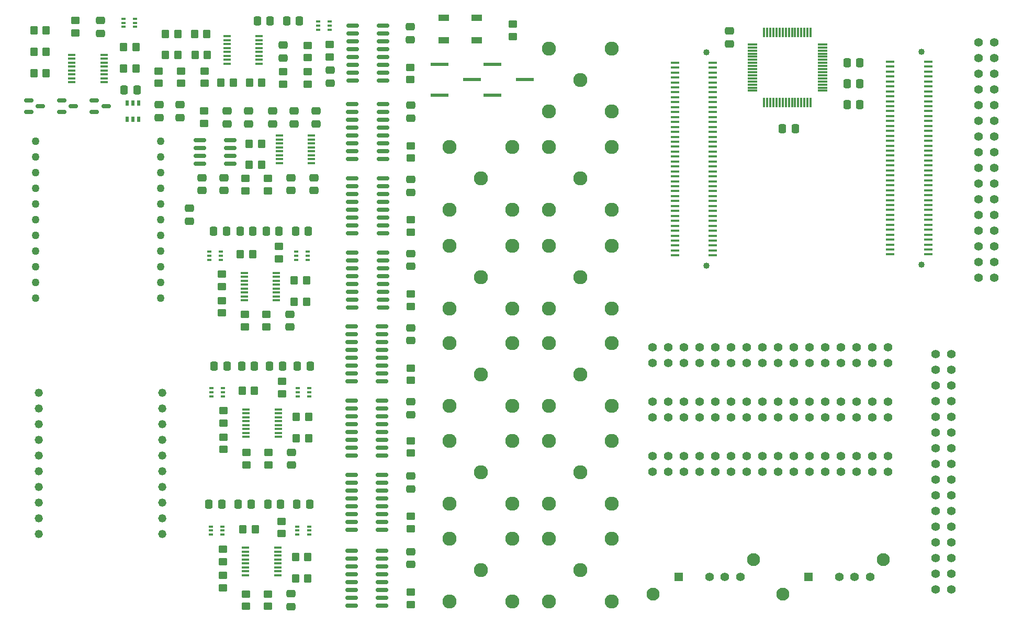
<source format=gbr>
%TF.GenerationSoftware,KiCad,Pcbnew,(6.0.8-1)-1*%
%TF.CreationDate,2022-11-09T12:39:36-05:00*%
%TF.ProjectId,HermEIS,4865726d-4549-4532-9e6b-696361645f70,rev?*%
%TF.SameCoordinates,Original*%
%TF.FileFunction,Soldermask,Top*%
%TF.FilePolarity,Negative*%
%FSLAX46Y46*%
G04 Gerber Fmt 4.6, Leading zero omitted, Abs format (unit mm)*
G04 Created by KiCad (PCBNEW (6.0.8-1)-1) date 2022-11-09 12:39:36*
%MOMM*%
%LPD*%
G01*
G04 APERTURE LIST*
G04 Aperture macros list*
%AMRoundRect*
0 Rectangle with rounded corners*
0 $1 Rounding radius*
0 $2 $3 $4 $5 $6 $7 $8 $9 X,Y pos of 4 corners*
0 Add a 4 corners polygon primitive as box body*
4,1,4,$2,$3,$4,$5,$6,$7,$8,$9,$2,$3,0*
0 Add four circle primitives for the rounded corners*
1,1,$1+$1,$2,$3*
1,1,$1+$1,$4,$5*
1,1,$1+$1,$6,$7*
1,1,$1+$1,$8,$9*
0 Add four rect primitives between the rounded corners*
20,1,$1+$1,$2,$3,$4,$5,0*
20,1,$1+$1,$4,$5,$6,$7,0*
20,1,$1+$1,$6,$7,$8,$9,0*
20,1,$1+$1,$8,$9,$2,$3,0*%
G04 Aperture macros list end*
%ADD10C,2.286000*%
%ADD11R,0.508000X0.876300*%
%ADD12RoundRect,0.250000X-0.350000X-0.450000X0.350000X-0.450000X0.350000X0.450000X-0.350000X0.450000X0*%
%ADD13RoundRect,0.250000X0.475000X-0.337500X0.475000X0.337500X-0.475000X0.337500X-0.475000X-0.337500X0*%
%ADD14RoundRect,0.250000X-0.337500X-0.475000X0.337500X-0.475000X0.337500X0.475000X-0.337500X0.475000X0*%
%ADD15R,1.447800X0.457200*%
%ADD16C,1.016000*%
%ADD17R,0.650000X0.400000*%
%ADD18RoundRect,0.250000X-0.475000X0.337500X-0.475000X-0.337500X0.475000X-0.337500X0.475000X0.337500X0*%
%ADD19C,1.397000*%
%ADD20RoundRect,0.250000X0.450000X-0.350000X0.450000X0.350000X-0.450000X0.350000X-0.450000X-0.350000X0*%
%ADD21RoundRect,0.250000X0.337500X0.475000X-0.337500X0.475000X-0.337500X-0.475000X0.337500X-0.475000X0*%
%ADD22R,2.971800X0.558800*%
%ADD23C,1.270000*%
%ADD24R,1.200000X0.400000*%
%ADD25RoundRect,0.150000X-0.825000X-0.150000X0.825000X-0.150000X0.825000X0.150000X-0.825000X0.150000X0*%
%ADD26RoundRect,0.250000X-0.450000X0.350000X-0.450000X-0.350000X0.450000X-0.350000X0.450000X0.350000X0*%
%ADD27R,1.701800X0.990600*%
%ADD28RoundRect,0.250000X0.350000X0.450000X-0.350000X0.450000X-0.350000X-0.450000X0.350000X-0.450000X0*%
%ADD29RoundRect,0.150000X-0.587500X-0.150000X0.587500X-0.150000X0.587500X0.150000X-0.587500X0.150000X0*%
%ADD30C,1.320800*%
%ADD31RoundRect,0.075000X-0.700000X-0.075000X0.700000X-0.075000X0.700000X0.075000X-0.700000X0.075000X0*%
%ADD32RoundRect,0.075000X-0.075000X-0.700000X0.075000X-0.700000X0.075000X0.700000X-0.075000X0.700000X0*%
%ADD33R,1.408000X1.408000*%
%ADD34C,1.408000*%
%ADD35C,2.100000*%
G04 APERTURE END LIST*
D10*
%TO.C,J2*%
X107000000Y-57250000D03*
X101920000Y-62330000D03*
X112080000Y-62330000D03*
X101920000Y-52170000D03*
X112080000Y-52170000D03*
%TD*%
D11*
%TO.C,U9*%
X49730200Y-47669450D03*
X50670000Y-47669450D03*
X51609800Y-47669450D03*
X51609800Y-45040550D03*
X50670000Y-45040550D03*
X49730200Y-45040550D03*
%TD*%
D10*
%TO.C,J7*%
X107000000Y-73250000D03*
X101920000Y-68170000D03*
X112080000Y-68170000D03*
X101920000Y-78330000D03*
X112080000Y-78330000D03*
%TD*%
D12*
%TO.C,R46*%
X76970000Y-122005000D03*
X78970000Y-122005000D03*
%TD*%
D13*
%TO.C,C12*%
X45370000Y-33742500D03*
X45370000Y-31667500D03*
%TD*%
D14*
%TO.C,C15*%
X63732500Y-65755000D03*
X65807500Y-65755000D03*
%TD*%
D15*
%TO.C,J19*%
X144506100Y-38503050D03*
X138333900Y-38503050D03*
X144506100Y-39303150D03*
X138333900Y-39303150D03*
X144506100Y-40103250D03*
X138333900Y-40103250D03*
X144506100Y-40903350D03*
X138333900Y-40903350D03*
X144506100Y-41703450D03*
X138333900Y-41703450D03*
X144506100Y-42503550D03*
X138333900Y-42503550D03*
X144506100Y-43303650D03*
X138333900Y-43303650D03*
X144506100Y-44103750D03*
X138333900Y-44103750D03*
X144506100Y-44903850D03*
X138333900Y-44903850D03*
X144506100Y-45703950D03*
X138333900Y-45703950D03*
X144506100Y-46504050D03*
X138333900Y-46504050D03*
X144506100Y-47304150D03*
X138333900Y-47304150D03*
X144506100Y-48104250D03*
X138333900Y-48104250D03*
X144506100Y-48904350D03*
X138333900Y-48904350D03*
X144506100Y-49704450D03*
X138333900Y-49704450D03*
X144506100Y-50504550D03*
X138333900Y-50504550D03*
X144506100Y-51304650D03*
X138333900Y-51304650D03*
X144506100Y-52104750D03*
X138333900Y-52104750D03*
X144506100Y-52904850D03*
X138333900Y-52904850D03*
X144506100Y-53704950D03*
X138333900Y-53704950D03*
X144506100Y-54505050D03*
X138333900Y-54505050D03*
X144506100Y-55305150D03*
X138333900Y-55305150D03*
X144506100Y-56105250D03*
X138333900Y-56105250D03*
X144506100Y-56905350D03*
X138333900Y-56905350D03*
X144506100Y-57705450D03*
X138333900Y-57705450D03*
X144506100Y-58505550D03*
X138333900Y-58505550D03*
X144506100Y-59305650D03*
X138333900Y-59305650D03*
X144506100Y-60105750D03*
X138333900Y-60105750D03*
X144506100Y-60905850D03*
X138333900Y-60905850D03*
X144506100Y-61705950D03*
X138333900Y-61705950D03*
X144506100Y-62506050D03*
X138333900Y-62506050D03*
X144506100Y-63306150D03*
X138333900Y-63306150D03*
X144506100Y-64106250D03*
X138333900Y-64106250D03*
X144506100Y-64906350D03*
X138333900Y-64906350D03*
X144506100Y-65706450D03*
X138333900Y-65706450D03*
X144506100Y-66506550D03*
X138333900Y-66506550D03*
X144506100Y-67306650D03*
X138333900Y-67306650D03*
X144506100Y-68106750D03*
X138333900Y-68106750D03*
X144506100Y-68906850D03*
X138333900Y-68906850D03*
X144506100Y-69706950D03*
X138333900Y-69706950D03*
D16*
X143452000Y-36864750D03*
X143452000Y-71345250D03*
%TD*%
D13*
%TO.C,C9*%
X54870000Y-47392500D03*
X54870000Y-45317500D03*
%TD*%
D17*
%TO.C,U14*%
X77070000Y-69105000D03*
X77070000Y-69755000D03*
X77070000Y-70405000D03*
X78970000Y-70405000D03*
X78970000Y-69755000D03*
X78970000Y-69105000D03*
%TD*%
D18*
%TO.C,C46*%
X59770000Y-62077500D03*
X59770000Y-64152500D03*
%TD*%
D19*
%TO.C,J18*%
X190032800Y-73355000D03*
X190032800Y-70815000D03*
X190032800Y-68275000D03*
X190032800Y-65735000D03*
X190032800Y-63195000D03*
X190032800Y-60655000D03*
X190032800Y-58115000D03*
X190032800Y-55575000D03*
X190032800Y-53035000D03*
X190032800Y-50495000D03*
X190032800Y-47955000D03*
X190032800Y-45415000D03*
X190032800Y-42875000D03*
X190032800Y-40335000D03*
X190032800Y-37795000D03*
X190032800Y-35255000D03*
X187492800Y-73355000D03*
X187492800Y-70815000D03*
X187492800Y-68275000D03*
X187492800Y-65735000D03*
X187492800Y-63195000D03*
X187492800Y-60655000D03*
X187492800Y-58115000D03*
X187492800Y-55575000D03*
X187492800Y-53035000D03*
X187492800Y-50495000D03*
X187492800Y-47955000D03*
X187492800Y-45415000D03*
X187492800Y-42875000D03*
X187492800Y-40335000D03*
X187492800Y-37795000D03*
X187492800Y-35255000D03*
%TD*%
D20*
%TO.C,R3*%
X95620000Y-53955000D03*
X95620000Y-51955000D03*
%TD*%
D12*
%TO.C,R30*%
X68320000Y-91605000D03*
X70320000Y-91605000D03*
%TD*%
D13*
%TO.C,C34*%
X73270000Y-48392500D03*
X73270000Y-46317500D03*
%TD*%
D21*
%TO.C,C30*%
X69757500Y-110005000D03*
X67682500Y-110005000D03*
%TD*%
D20*
%TO.C,R18*%
X68770000Y-81255000D03*
X68770000Y-79255000D03*
%TD*%
D14*
%TO.C,C28*%
X77182500Y-110005000D03*
X79257500Y-110005000D03*
%TD*%
D19*
%TO.C,J17*%
X183112800Y-123745000D03*
X183112800Y-121205000D03*
X183112800Y-118665000D03*
X183112800Y-116125000D03*
X183112800Y-113585000D03*
X183112800Y-111045000D03*
X183112800Y-108505000D03*
X183112800Y-105965000D03*
X183112800Y-103425000D03*
X183112800Y-100885000D03*
X183112800Y-98345000D03*
X183112800Y-95805000D03*
X183112800Y-93265000D03*
X183112800Y-90725000D03*
X183112800Y-88185000D03*
X183112800Y-85645000D03*
X180572800Y-123745000D03*
X180572800Y-121205000D03*
X180572800Y-118665000D03*
X180572800Y-116125000D03*
X180572800Y-113585000D03*
X180572800Y-111045000D03*
X180572800Y-108505000D03*
X180572800Y-105965000D03*
X180572800Y-103425000D03*
X180572800Y-100885000D03*
X180572800Y-98345000D03*
X180572800Y-95805000D03*
X180572800Y-93265000D03*
X180572800Y-90725000D03*
X180572800Y-88185000D03*
X180572800Y-85645000D03*
%TD*%
D20*
%TO.C,R25*%
X65320000Y-101105000D03*
X65320000Y-99105000D03*
%TD*%
D22*
%TO.C,SW2*%
X100253800Y-38755000D03*
X105486200Y-41255000D03*
X100253800Y-43755000D03*
%TD*%
D14*
%TO.C,C20*%
X63820000Y-87605000D03*
X65895000Y-87605000D03*
%TD*%
D20*
%TO.C,R9*%
X95620000Y-126205000D03*
X95620000Y-124205000D03*
%TD*%
D23*
%TO.C,J16*%
X55115700Y-51255000D03*
X55115700Y-53795000D03*
X55115700Y-56335000D03*
X55115700Y-58875000D03*
X55115700Y-61415000D03*
X55115700Y-63955000D03*
X55115700Y-66495000D03*
X55115700Y-69035000D03*
X55115700Y-71575000D03*
X55115700Y-74115000D03*
X55115700Y-76655000D03*
%TD*%
D12*
%TO.C,R34*%
X60720000Y-37255000D03*
X62720000Y-37255000D03*
%TD*%
D24*
%TO.C,U21*%
X68870000Y-117032500D03*
X68870000Y-117667500D03*
X68870000Y-118302500D03*
X68870000Y-118937500D03*
X68870000Y-119572500D03*
X68870000Y-120207500D03*
X68870000Y-120842500D03*
X68870000Y-121477500D03*
X74070000Y-121477500D03*
X74070000Y-120842500D03*
X74070000Y-120207500D03*
X74070000Y-119572500D03*
X74070000Y-118937500D03*
X74070000Y-118302500D03*
X74070000Y-117667500D03*
X74070000Y-117032500D03*
%TD*%
D20*
%TO.C,R53*%
X62170000Y-48355000D03*
X62170000Y-46355000D03*
%TD*%
D15*
%TO.C,J20*%
X179336100Y-38348050D03*
X173163900Y-38348050D03*
X179336100Y-39148150D03*
X173163900Y-39148150D03*
X179336100Y-39948250D03*
X173163900Y-39948250D03*
X179336100Y-40748350D03*
X173163900Y-40748350D03*
X179336100Y-41548450D03*
X173163900Y-41548450D03*
X179336100Y-42348550D03*
X173163900Y-42348550D03*
X179336100Y-43148650D03*
X173163900Y-43148650D03*
X179336100Y-43948750D03*
X173163900Y-43948750D03*
X179336100Y-44748850D03*
X173163900Y-44748850D03*
X179336100Y-45548950D03*
X173163900Y-45548950D03*
X179336100Y-46349050D03*
X173163900Y-46349050D03*
X179336100Y-47149150D03*
X173163900Y-47149150D03*
X179336100Y-47949250D03*
X173163900Y-47949250D03*
X179336100Y-48749350D03*
X173163900Y-48749350D03*
X179336100Y-49549450D03*
X173163900Y-49549450D03*
X179336100Y-50349550D03*
X173163900Y-50349550D03*
X179336100Y-51149650D03*
X173163900Y-51149650D03*
X179336100Y-51949750D03*
X173163900Y-51949750D03*
X179336100Y-52749850D03*
X173163900Y-52749850D03*
X179336100Y-53549950D03*
X173163900Y-53549950D03*
X179336100Y-54350050D03*
X173163900Y-54350050D03*
X179336100Y-55150150D03*
X173163900Y-55150150D03*
X179336100Y-55950250D03*
X173163900Y-55950250D03*
X179336100Y-56750350D03*
X173163900Y-56750350D03*
X179336100Y-57550450D03*
X173163900Y-57550450D03*
X179336100Y-58350550D03*
X173163900Y-58350550D03*
X179336100Y-59150650D03*
X173163900Y-59150650D03*
X179336100Y-59950750D03*
X173163900Y-59950750D03*
X179336100Y-60750850D03*
X173163900Y-60750850D03*
X179336100Y-61550950D03*
X173163900Y-61550950D03*
X179336100Y-62351050D03*
X173163900Y-62351050D03*
X179336100Y-63151150D03*
X173163900Y-63151150D03*
X179336100Y-63951250D03*
X173163900Y-63951250D03*
X179336100Y-64751350D03*
X173163900Y-64751350D03*
X179336100Y-65551450D03*
X173163900Y-65551450D03*
X179336100Y-66351550D03*
X173163900Y-66351550D03*
X179336100Y-67151650D03*
X173163900Y-67151650D03*
X179336100Y-67951750D03*
X173163900Y-67951750D03*
X179336100Y-68751850D03*
X173163900Y-68751850D03*
X179336100Y-69551950D03*
X173163900Y-69551950D03*
D16*
X178282000Y-36709750D03*
X178282000Y-71190250D03*
%TD*%
D25*
%TO.C,U5*%
X86015000Y-81230000D03*
X86015000Y-82500000D03*
X86015000Y-83770000D03*
X86015000Y-85040000D03*
X86015000Y-86310000D03*
X86015000Y-87580000D03*
X86015000Y-88850000D03*
X86015000Y-90120000D03*
X90965000Y-90120000D03*
X90965000Y-88850000D03*
X90965000Y-87580000D03*
X90965000Y-86310000D03*
X90965000Y-85040000D03*
X90965000Y-83770000D03*
X90965000Y-82500000D03*
X90965000Y-81230000D03*
%TD*%
D20*
%TO.C,R56*%
X62220000Y-41855000D03*
X62220000Y-39855000D03*
%TD*%
D12*
%TO.C,R33*%
X60620000Y-33855000D03*
X62620000Y-33855000D03*
%TD*%
D20*
%TO.C,R23*%
X74270000Y-70255000D03*
X74270000Y-68255000D03*
%TD*%
D12*
%TO.C,R12*%
X49170000Y-39455000D03*
X51170000Y-39455000D03*
%TD*%
D10*
%TO.C,J6*%
X123020000Y-41280000D03*
X117940000Y-46360000D03*
X128100000Y-36200000D03*
X117940000Y-36200000D03*
X128100000Y-46360000D03*
%TD*%
D24*
%TO.C,U10*%
X40770000Y-37232500D03*
X40770000Y-37867500D03*
X40770000Y-38502500D03*
X40770000Y-39137500D03*
X40770000Y-39772500D03*
X40770000Y-40407500D03*
X40770000Y-41042500D03*
X40770000Y-41677500D03*
X45970000Y-41677500D03*
X45970000Y-41042500D03*
X45970000Y-40407500D03*
X45970000Y-39772500D03*
X45970000Y-39137500D03*
X45970000Y-38502500D03*
X45970000Y-37867500D03*
X45970000Y-37232500D03*
%TD*%
D26*
%TO.C,R16*%
X65020000Y-72755000D03*
X65020000Y-74755000D03*
%TD*%
D20*
%TO.C,R17*%
X65020000Y-79005000D03*
X65020000Y-77005000D03*
%TD*%
D12*
%TO.C,R47*%
X68470000Y-114005000D03*
X70470000Y-114005000D03*
%TD*%
D26*
%TO.C,R24*%
X65320000Y-94855000D03*
X65320000Y-96855000D03*
%TD*%
D18*
%TO.C,C13*%
X76020000Y-79217500D03*
X76020000Y-81292500D03*
%TD*%
D12*
%TO.C,R28*%
X77070000Y-95855000D03*
X79070000Y-95855000D03*
%TD*%
%TO.C,R20*%
X76770000Y-73755000D03*
X78770000Y-73755000D03*
%TD*%
D18*
%TO.C,C25*%
X74970000Y-35667500D03*
X74970000Y-37742500D03*
%TD*%
D20*
%TO.C,R49*%
X72470000Y-59255000D03*
X72470000Y-57255000D03*
%TD*%
D19*
%TO.C,J21*%
X134710000Y-95926133D03*
X137250000Y-95926133D03*
X139790000Y-95926133D03*
X142330000Y-95926133D03*
X144870000Y-95926133D03*
X147410000Y-95926133D03*
X149950000Y-95926133D03*
X152490000Y-95926133D03*
X155030000Y-95926133D03*
X157570000Y-95926133D03*
X160110000Y-95926133D03*
X162650000Y-95926133D03*
X165190000Y-95926133D03*
X167730000Y-95926133D03*
X170270000Y-95926133D03*
X172810000Y-95926133D03*
X134710000Y-93386133D03*
X137250000Y-93386133D03*
X139790000Y-93386133D03*
X142330000Y-93386133D03*
X144870000Y-93386133D03*
X147410000Y-93386133D03*
X149950000Y-93386133D03*
X152490000Y-93386133D03*
X155030000Y-93386133D03*
X157570000Y-93386133D03*
X160110000Y-93386133D03*
X162650000Y-93386133D03*
X165190000Y-93386133D03*
X167730000Y-93386133D03*
X170270000Y-93386133D03*
X172810000Y-93386133D03*
%TD*%
D21*
%TO.C,C17*%
X74307500Y-65755000D03*
X72232500Y-65755000D03*
%TD*%
D13*
%TO.C,C42*%
X76770000Y-48392500D03*
X76770000Y-46317500D03*
%TD*%
D12*
%TO.C,R52*%
X69470000Y-55055000D03*
X71470000Y-55055000D03*
%TD*%
D18*
%TO.C,C4*%
X95620000Y-93417500D03*
X95620000Y-95492500D03*
%TD*%
D20*
%TO.C,R6*%
X95620000Y-65955000D03*
X95620000Y-63955000D03*
%TD*%
%TO.C,R42*%
X65220000Y-123505000D03*
X65220000Y-121505000D03*
%TD*%
D18*
%TO.C,C3*%
X95620000Y-45417500D03*
X95620000Y-47492500D03*
%TD*%
%TO.C,C8*%
X95620000Y-105417500D03*
X95620000Y-107492500D03*
%TD*%
D27*
%TO.C,SW1*%
X106261600Y-34924999D03*
X100978400Y-34924999D03*
X106261600Y-31225001D03*
X100978400Y-31225001D03*
%TD*%
D12*
%TO.C,R10*%
X49170000Y-35955000D03*
X51170000Y-35955000D03*
%TD*%
%TO.C,R35*%
X64920000Y-41755000D03*
X66920000Y-41755000D03*
%TD*%
D17*
%TO.C,U12*%
X63020000Y-69105000D03*
X63020000Y-69755000D03*
X63020000Y-70405000D03*
X64920000Y-70405000D03*
X64920000Y-69755000D03*
X64920000Y-69105000D03*
%TD*%
%TO.C,U11*%
X49120000Y-31405000D03*
X49120000Y-32055000D03*
X49120000Y-32705000D03*
X51020000Y-32705000D03*
X51020000Y-32055000D03*
X51020000Y-31405000D03*
%TD*%
D25*
%TO.C,U8*%
X86015000Y-117480000D03*
X86015000Y-118750000D03*
X86015000Y-120020000D03*
X86015000Y-121290000D03*
X86015000Y-122560000D03*
X86015000Y-123830000D03*
X86015000Y-125100000D03*
X86015000Y-126370000D03*
X90965000Y-126370000D03*
X90965000Y-125100000D03*
X90965000Y-123830000D03*
X90965000Y-122560000D03*
X90965000Y-121290000D03*
X90965000Y-120020000D03*
X90965000Y-118750000D03*
X90965000Y-117480000D03*
%TD*%
D19*
%TO.C,J22*%
X134710000Y-87142800D03*
X137250000Y-87142800D03*
X139790000Y-87142800D03*
X142330000Y-87142800D03*
X144870000Y-87142800D03*
X147410000Y-87142800D03*
X149950000Y-87142800D03*
X152490000Y-87142800D03*
X155030000Y-87142800D03*
X157570000Y-87142800D03*
X160110000Y-87142800D03*
X162650000Y-87142800D03*
X165190000Y-87142800D03*
X167730000Y-87142800D03*
X170270000Y-87142800D03*
X172810000Y-87142800D03*
X134710000Y-84602800D03*
X137250000Y-84602800D03*
X139790000Y-84602800D03*
X142330000Y-84602800D03*
X144870000Y-84602800D03*
X147410000Y-84602800D03*
X149950000Y-84602800D03*
X152490000Y-84602800D03*
X155030000Y-84602800D03*
X157570000Y-84602800D03*
X160110000Y-84602800D03*
X162650000Y-84602800D03*
X165190000Y-84602800D03*
X167730000Y-84602800D03*
X170270000Y-84602800D03*
X172810000Y-84602800D03*
%TD*%
D10*
%TO.C,J11*%
X123020000Y-120675000D03*
X128100000Y-125755000D03*
X117940000Y-125755000D03*
X117940000Y-115595000D03*
X128100000Y-115595000D03*
%TD*%
%TO.C,J5*%
X107000000Y-120670000D03*
X112080000Y-125750000D03*
X101920000Y-125750000D03*
X112080000Y-115590000D03*
X101920000Y-115590000D03*
%TD*%
D20*
%TO.C,R1*%
X95570000Y-41255000D03*
X95570000Y-39255000D03*
%TD*%
D14*
%TO.C,C19*%
X77245000Y-87605000D03*
X79320000Y-87605000D03*
%TD*%
D28*
%TO.C,R54*%
X57920000Y-37255000D03*
X55920000Y-37255000D03*
%TD*%
D17*
%TO.C,U17*%
X77320000Y-91205000D03*
X77320000Y-91855000D03*
X77320000Y-92505000D03*
X79220000Y-92505000D03*
X79220000Y-91855000D03*
X79220000Y-91205000D03*
%TD*%
D29*
%TO.C,D2*%
X39132500Y-44605000D03*
X39132500Y-46505000D03*
X41007500Y-45555000D03*
%TD*%
D25*
%TO.C,U1*%
X86195000Y-32510000D03*
X86195000Y-33780000D03*
X86195000Y-35050000D03*
X86195000Y-36320000D03*
X86195000Y-37590000D03*
X86195000Y-38860000D03*
X86195000Y-40130000D03*
X86195000Y-41400000D03*
X91145000Y-41400000D03*
X91145000Y-40130000D03*
X91145000Y-38860000D03*
X91145000Y-37590000D03*
X91145000Y-36320000D03*
X91145000Y-35050000D03*
X91145000Y-33780000D03*
X91145000Y-32510000D03*
%TD*%
D20*
%TO.C,R4*%
X95620000Y-101705000D03*
X95620000Y-99705000D03*
%TD*%
D18*
%TO.C,C35*%
X147170000Y-33387500D03*
X147170000Y-35462500D03*
%TD*%
D20*
%TO.C,R5*%
X112120000Y-34275000D03*
X112120000Y-32275000D03*
%TD*%
%TO.C,R48*%
X74720000Y-114755000D03*
X74720000Y-112755000D03*
%TD*%
%TO.C,R43*%
X68970000Y-126505000D03*
X68970000Y-124505000D03*
%TD*%
D13*
%TO.C,C39*%
X79970000Y-59192500D03*
X79970000Y-57117500D03*
%TD*%
D12*
%TO.C,R11*%
X34620000Y-33255000D03*
X36620000Y-33255000D03*
%TD*%
D17*
%TO.C,U19*%
X80632500Y-31855000D03*
X80632500Y-32505000D03*
X80632500Y-33155000D03*
X82532500Y-33155000D03*
X82532500Y-32505000D03*
X82532500Y-31855000D03*
%TD*%
D25*
%TO.C,U6*%
X86015000Y-93230000D03*
X86015000Y-94500000D03*
X86015000Y-95770000D03*
X86015000Y-97040000D03*
X86015000Y-98310000D03*
X86015000Y-99580000D03*
X86015000Y-100850000D03*
X86015000Y-102120000D03*
X90965000Y-102120000D03*
X90965000Y-100850000D03*
X90965000Y-99580000D03*
X90965000Y-98310000D03*
X90965000Y-97040000D03*
X90965000Y-95770000D03*
X90965000Y-94500000D03*
X90965000Y-93230000D03*
%TD*%
D20*
%TO.C,R38*%
X78970000Y-41955000D03*
X78970000Y-39955000D03*
%TD*%
D18*
%TO.C,C26*%
X82570000Y-39717500D03*
X82570000Y-41792500D03*
%TD*%
D20*
%TO.C,R44*%
X72470000Y-126505000D03*
X72470000Y-124505000D03*
%TD*%
D17*
%TO.C,U22*%
X77270000Y-113605000D03*
X77270000Y-114255000D03*
X77270000Y-114905000D03*
X79170000Y-114905000D03*
X79170000Y-114255000D03*
X79170000Y-113605000D03*
%TD*%
D24*
%TO.C,U25*%
X74370000Y-50332500D03*
X74370000Y-50967500D03*
X74370000Y-51602500D03*
X74370000Y-52237500D03*
X74370000Y-52872500D03*
X74370000Y-53507500D03*
X74370000Y-54142500D03*
X74370000Y-54777500D03*
X79570000Y-54777500D03*
X79570000Y-54142500D03*
X79570000Y-53507500D03*
X79570000Y-52872500D03*
X79570000Y-52237500D03*
X79570000Y-51602500D03*
X79570000Y-50967500D03*
X79570000Y-50332500D03*
%TD*%
D14*
%TO.C,C44*%
X166212500Y-45300000D03*
X168287500Y-45300000D03*
%TD*%
D12*
%TO.C,R51*%
X69470000Y-51655000D03*
X71470000Y-51655000D03*
%TD*%
D20*
%TO.C,R8*%
X95620000Y-77955000D03*
X95620000Y-75955000D03*
%TD*%
D30*
%TO.C,J15*%
X55407500Y-91955000D03*
X55407500Y-94495000D03*
X55407500Y-97035000D03*
X55407500Y-99575000D03*
X55407500Y-102115000D03*
X55407500Y-104655000D03*
X55407500Y-107195000D03*
X55407500Y-109735000D03*
X55407500Y-112275000D03*
X55407500Y-114815000D03*
%TD*%
D10*
%TO.C,J10*%
X123020000Y-104825000D03*
X128100000Y-99745000D03*
X117940000Y-109905000D03*
X117940000Y-99745000D03*
X128100000Y-109905000D03*
%TD*%
D18*
%TO.C,C11*%
X95620000Y-117667500D03*
X95620000Y-119742500D03*
%TD*%
D28*
%TO.C,R14*%
X36620000Y-40205000D03*
X34620000Y-40205000D03*
%TD*%
D10*
%TO.C,J1*%
X123020000Y-57255000D03*
X128100000Y-52175000D03*
X117940000Y-52175000D03*
X128100000Y-62335000D03*
X117940000Y-62335000D03*
%TD*%
D20*
%TO.C,R55*%
X54820000Y-41855000D03*
X54820000Y-39855000D03*
%TD*%
D18*
%TO.C,C27*%
X76220000Y-124467500D03*
X76220000Y-126542500D03*
%TD*%
D12*
%TO.C,R36*%
X69520000Y-41755000D03*
X71520000Y-41755000D03*
%TD*%
D25*
%TO.C,U3*%
X86145000Y-57230000D03*
X86145000Y-58500000D03*
X86145000Y-59770000D03*
X86145000Y-61040000D03*
X86145000Y-62310000D03*
X86145000Y-63580000D03*
X86145000Y-64850000D03*
X86145000Y-66120000D03*
X91095000Y-66120000D03*
X91095000Y-64850000D03*
X91095000Y-63580000D03*
X91095000Y-62310000D03*
X91095000Y-61040000D03*
X91095000Y-59770000D03*
X91095000Y-58500000D03*
X91095000Y-57230000D03*
%TD*%
D14*
%TO.C,C29*%
X62970000Y-110005000D03*
X65045000Y-110005000D03*
%TD*%
D18*
%TO.C,C18*%
X76320000Y-101567500D03*
X76320000Y-103642500D03*
%TD*%
D21*
%TO.C,C16*%
X70057500Y-65755000D03*
X67982500Y-65755000D03*
%TD*%
D13*
%TO.C,C43*%
X80270000Y-48392500D03*
X80270000Y-46317500D03*
%TD*%
D10*
%TO.C,J8*%
X123020000Y-73255000D03*
X128100000Y-78335000D03*
X117940000Y-68175000D03*
X117940000Y-78335000D03*
X128100000Y-68175000D03*
%TD*%
%TO.C,J4*%
X107000000Y-104820000D03*
X101920000Y-109900000D03*
X101920000Y-99740000D03*
X112080000Y-99740000D03*
X112080000Y-109900000D03*
%TD*%
D31*
%TO.C,U24*%
X150875000Y-35550000D03*
X150875000Y-36050000D03*
X150875000Y-36550000D03*
X150875000Y-37050000D03*
X150875000Y-37550000D03*
X150875000Y-38050000D03*
X150875000Y-38550000D03*
X150875000Y-39050000D03*
X150875000Y-39550000D03*
X150875000Y-40050000D03*
X150875000Y-40550000D03*
X150875000Y-41050000D03*
X150875000Y-41550000D03*
X150875000Y-42050000D03*
X150875000Y-42550000D03*
X150875000Y-43050000D03*
D32*
X152800000Y-44975000D03*
X153300000Y-44975000D03*
X153800000Y-44975000D03*
X154300000Y-44975000D03*
X154800000Y-44975000D03*
X155300000Y-44975000D03*
X155800000Y-44975000D03*
X156300000Y-44975000D03*
X156800000Y-44975000D03*
X157300000Y-44975000D03*
X157800000Y-44975000D03*
X158300000Y-44975000D03*
X158800000Y-44975000D03*
X159300000Y-44975000D03*
X159800000Y-44975000D03*
X160300000Y-44975000D03*
D31*
X162225000Y-43050000D03*
X162225000Y-42550000D03*
X162225000Y-42050000D03*
X162225000Y-41550000D03*
X162225000Y-41050000D03*
X162225000Y-40550000D03*
X162225000Y-40050000D03*
X162225000Y-39550000D03*
X162225000Y-39050000D03*
X162225000Y-38550000D03*
X162225000Y-38050000D03*
X162225000Y-37550000D03*
X162225000Y-37050000D03*
X162225000Y-36550000D03*
X162225000Y-36050000D03*
X162225000Y-35550000D03*
D32*
X160300000Y-33625000D03*
X159800000Y-33625000D03*
X159300000Y-33625000D03*
X158800000Y-33625000D03*
X158300000Y-33625000D03*
X157800000Y-33625000D03*
X157300000Y-33625000D03*
X156800000Y-33625000D03*
X156300000Y-33625000D03*
X155800000Y-33625000D03*
X155300000Y-33625000D03*
X154800000Y-33625000D03*
X154300000Y-33625000D03*
X153800000Y-33625000D03*
X153300000Y-33625000D03*
X152800000Y-33625000D03*
%TD*%
D17*
%TO.C,U15*%
X63320000Y-91205000D03*
X63320000Y-91855000D03*
X63320000Y-92505000D03*
X65220000Y-92505000D03*
X65220000Y-91855000D03*
X65220000Y-91205000D03*
%TD*%
D20*
%TO.C,R19*%
X72270000Y-81255000D03*
X72270000Y-79255000D03*
%TD*%
D21*
%TO.C,C22*%
X74857500Y-87605000D03*
X72782500Y-87605000D03*
%TD*%
D18*
%TO.C,C1*%
X95570000Y-32717500D03*
X95570000Y-34792500D03*
%TD*%
D20*
%TO.C,R31*%
X74820000Y-92105000D03*
X74820000Y-90105000D03*
%TD*%
%TO.C,R57*%
X58420000Y-41855000D03*
X58420000Y-39855000D03*
%TD*%
D21*
%TO.C,C23*%
X77620000Y-31755000D03*
X75545000Y-31755000D03*
%TD*%
D12*
%TO.C,R32*%
X55920000Y-33855000D03*
X57920000Y-33855000D03*
%TD*%
D25*
%TO.C,U4*%
X86145000Y-69230000D03*
X86145000Y-70500000D03*
X86145000Y-71770000D03*
X86145000Y-73040000D03*
X86145000Y-74310000D03*
X86145000Y-75580000D03*
X86145000Y-76850000D03*
X86145000Y-78120000D03*
X91095000Y-78120000D03*
X91095000Y-76850000D03*
X91095000Y-75580000D03*
X91095000Y-74310000D03*
X91095000Y-73040000D03*
X91095000Y-71770000D03*
X91095000Y-70500000D03*
X91095000Y-69230000D03*
%TD*%
D12*
%TO.C,R45*%
X76970000Y-118505000D03*
X78970000Y-118505000D03*
%TD*%
D13*
%TO.C,C6*%
X58270000Y-47392500D03*
X58270000Y-45317500D03*
%TD*%
D10*
%TO.C,J3*%
X107000000Y-88970000D03*
X112080000Y-94050000D03*
X101920000Y-94050000D03*
X112080000Y-83890000D03*
X101920000Y-83890000D03*
%TD*%
D19*
%TO.C,J12*%
X134710000Y-104709466D03*
X137250000Y-104709466D03*
X139790000Y-104709466D03*
X142330000Y-104709466D03*
X144870000Y-104709466D03*
X147410000Y-104709466D03*
X149950000Y-104709466D03*
X152490000Y-104709466D03*
X155030000Y-104709466D03*
X157570000Y-104709466D03*
X160110000Y-104709466D03*
X162650000Y-104709466D03*
X165190000Y-104709466D03*
X167730000Y-104709466D03*
X170270000Y-104709466D03*
X172810000Y-104709466D03*
X134710000Y-102169466D03*
X137250000Y-102169466D03*
X139790000Y-102169466D03*
X142330000Y-102169466D03*
X144870000Y-102169466D03*
X147410000Y-102169466D03*
X149950000Y-102169466D03*
X152490000Y-102169466D03*
X155030000Y-102169466D03*
X157570000Y-102169466D03*
X160110000Y-102169466D03*
X162650000Y-102169466D03*
X165190000Y-102169466D03*
X167730000Y-102169466D03*
X170270000Y-102169466D03*
X172810000Y-102169466D03*
%TD*%
D12*
%TO.C,R29*%
X77070000Y-99355000D03*
X79070000Y-99355000D03*
%TD*%
D20*
%TO.C,R50*%
X68870000Y-59255000D03*
X68870000Y-57255000D03*
%TD*%
D24*
%TO.C,U13*%
X68670000Y-72532500D03*
X68670000Y-73167500D03*
X68670000Y-73802500D03*
X68670000Y-74437500D03*
X68670000Y-75072500D03*
X68670000Y-75707500D03*
X68670000Y-76342500D03*
X68670000Y-76977500D03*
X73870000Y-76977500D03*
X73870000Y-76342500D03*
X73870000Y-75707500D03*
X73870000Y-75072500D03*
X73870000Y-74437500D03*
X73870000Y-73802500D03*
X73870000Y-73167500D03*
X73870000Y-72532500D03*
%TD*%
D20*
%TO.C,R2*%
X95620000Y-89955000D03*
X95620000Y-87955000D03*
%TD*%
D12*
%TO.C,R21*%
X76770000Y-77255000D03*
X78770000Y-77255000D03*
%TD*%
D25*
%TO.C,U7*%
X86015000Y-105260000D03*
X86015000Y-106530000D03*
X86015000Y-107800000D03*
X86015000Y-109070000D03*
X86015000Y-110340000D03*
X86015000Y-111610000D03*
X86015000Y-112880000D03*
X86015000Y-114150000D03*
X90965000Y-114150000D03*
X90965000Y-112880000D03*
X90965000Y-111610000D03*
X90965000Y-110340000D03*
X90965000Y-109070000D03*
X90965000Y-107800000D03*
X90965000Y-106530000D03*
X90965000Y-105260000D03*
%TD*%
D26*
%TO.C,R41*%
X65220000Y-117255000D03*
X65220000Y-119255000D03*
%TD*%
D14*
%TO.C,C36*%
X155762500Y-49200000D03*
X157837500Y-49200000D03*
%TD*%
D20*
%TO.C,R26*%
X69070000Y-103605000D03*
X69070000Y-101605000D03*
%TD*%
%TO.C,R7*%
X95620000Y-113955000D03*
X95620000Y-111955000D03*
%TD*%
D23*
%TO.C,J14*%
X34910000Y-51255000D03*
X34910000Y-53795000D03*
X34910000Y-56335000D03*
X34910000Y-58875000D03*
X34910000Y-61415000D03*
X34910000Y-63955000D03*
X34910000Y-66495000D03*
X34910000Y-69035000D03*
X34910000Y-71575000D03*
X34910000Y-74115000D03*
X34910000Y-76655000D03*
%TD*%
D14*
%TO.C,C45*%
X166212500Y-41925000D03*
X168287500Y-41925000D03*
%TD*%
D20*
%TO.C,R15*%
X41370000Y-33705000D03*
X41370000Y-31705000D03*
%TD*%
D33*
%TO.C,S1*%
X159950000Y-121750000D03*
D34*
X164950000Y-121750000D03*
X167450000Y-121750000D03*
X169950000Y-121750000D03*
D35*
X155850000Y-124550000D03*
X172050000Y-118950000D03*
%TD*%
D24*
%TO.C,U18*%
X65870000Y-34232500D03*
X65870000Y-34867500D03*
X65870000Y-35502500D03*
X65870000Y-36137500D03*
X65870000Y-36772500D03*
X65870000Y-37407500D03*
X65870000Y-38042500D03*
X65870000Y-38677500D03*
X71070000Y-38677500D03*
X71070000Y-38042500D03*
X71070000Y-37407500D03*
X71070000Y-36772500D03*
X71070000Y-36137500D03*
X71070000Y-35502500D03*
X71070000Y-34867500D03*
X71070000Y-34232500D03*
%TD*%
D29*
%TO.C,D3*%
X44432500Y-44605000D03*
X44432500Y-46505000D03*
X46307500Y-45555000D03*
%TD*%
%TO.C,D1*%
X33832500Y-44605000D03*
X33832500Y-46505000D03*
X35707500Y-45555000D03*
%TD*%
D18*
%TO.C,C2*%
X95620000Y-81417500D03*
X95620000Y-83492500D03*
%TD*%
D30*
%TO.C,J13*%
X35420000Y-91955000D03*
X35420000Y-94495000D03*
X35420000Y-97035000D03*
X35420000Y-99575000D03*
X35420000Y-102115000D03*
X35420000Y-104655000D03*
X35420000Y-107195000D03*
X35420000Y-109735000D03*
X35420000Y-112275000D03*
X35420000Y-114815000D03*
%TD*%
D18*
%TO.C,C10*%
X95620000Y-69417500D03*
X95620000Y-71492500D03*
%TD*%
D14*
%TO.C,C14*%
X76982500Y-65755000D03*
X79057500Y-65755000D03*
%TD*%
%TO.C,C24*%
X70782500Y-31755000D03*
X72857500Y-31755000D03*
%TD*%
%TO.C,C5*%
X49232500Y-42955000D03*
X51307500Y-42955000D03*
%TD*%
D21*
%TO.C,C21*%
X70320000Y-87605000D03*
X68245000Y-87605000D03*
%TD*%
D26*
%TO.C,R39*%
X78970000Y-35705000D03*
X78970000Y-37705000D03*
%TD*%
D25*
%TO.C,U23*%
X61495000Y-51050000D03*
X61495000Y-52320000D03*
X61495000Y-53590000D03*
X61495000Y-54860000D03*
X66445000Y-54860000D03*
X66445000Y-53590000D03*
X66445000Y-52320000D03*
X66445000Y-51050000D03*
%TD*%
D13*
%TO.C,C38*%
X65370000Y-59192500D03*
X65370000Y-57117500D03*
%TD*%
D12*
%TO.C,R22*%
X68020000Y-69505000D03*
X70020000Y-69505000D03*
%TD*%
D13*
%TO.C,C32*%
X65870000Y-48392500D03*
X65870000Y-46317500D03*
%TD*%
D20*
%TO.C,R27*%
X72570000Y-103605000D03*
X72570000Y-101605000D03*
%TD*%
D10*
%TO.C,J9*%
X123020000Y-88975000D03*
X117940000Y-94055000D03*
X128100000Y-94055000D03*
X128100000Y-83895000D03*
X117940000Y-83895000D03*
%TD*%
D21*
%TO.C,C31*%
X74545000Y-110005000D03*
X72470000Y-110005000D03*
%TD*%
D18*
%TO.C,C41*%
X76270000Y-57117500D03*
X76270000Y-59192500D03*
%TD*%
%TO.C,C7*%
X95620000Y-57417500D03*
X95620000Y-59492500D03*
%TD*%
%TO.C,C40*%
X61870000Y-57117500D03*
X61870000Y-59192500D03*
%TD*%
D22*
%TO.C,SW3*%
X108853800Y-38755000D03*
X114086200Y-41255000D03*
X108853800Y-43755000D03*
%TD*%
D24*
%TO.C,U16*%
X68970000Y-94632500D03*
X68970000Y-95267500D03*
X68970000Y-95902500D03*
X68970000Y-96537500D03*
X68970000Y-97172500D03*
X68970000Y-97807500D03*
X68970000Y-98442500D03*
X68970000Y-99077500D03*
X74170000Y-99077500D03*
X74170000Y-98442500D03*
X74170000Y-97807500D03*
X74170000Y-97172500D03*
X74170000Y-96537500D03*
X74170000Y-95902500D03*
X74170000Y-95267500D03*
X74170000Y-94632500D03*
%TD*%
D33*
%TO.C,S2*%
X138950000Y-121750000D03*
D34*
X143950000Y-121750000D03*
X146450000Y-121750000D03*
X148950000Y-121750000D03*
D35*
X134850000Y-124550000D03*
X151050000Y-118950000D03*
%TD*%
D12*
%TO.C,R13*%
X34620000Y-36730000D03*
X36620000Y-36730000D03*
%TD*%
D17*
%TO.C,U20*%
X63270000Y-113605000D03*
X63270000Y-114255000D03*
X63270000Y-114905000D03*
X65170000Y-114905000D03*
X65170000Y-114255000D03*
X65170000Y-113605000D03*
%TD*%
D14*
%TO.C,C37*%
X166212500Y-38550000D03*
X168287500Y-38550000D03*
%TD*%
D20*
%TO.C,R37*%
X74970000Y-41955000D03*
X74970000Y-39955000D03*
%TD*%
D13*
%TO.C,C33*%
X69370000Y-48392500D03*
X69370000Y-46317500D03*
%TD*%
D25*
%TO.C,U2*%
X86145000Y-45230000D03*
X86145000Y-46500000D03*
X86145000Y-47770000D03*
X86145000Y-49040000D03*
X86145000Y-50310000D03*
X86145000Y-51580000D03*
X86145000Y-52850000D03*
X86145000Y-54120000D03*
X91095000Y-54120000D03*
X91095000Y-52850000D03*
X91095000Y-51580000D03*
X91095000Y-50310000D03*
X91095000Y-49040000D03*
X91095000Y-47770000D03*
X91095000Y-46500000D03*
X91095000Y-45230000D03*
%TD*%
D20*
%TO.C,R40*%
X82470000Y-37555000D03*
X82470000Y-35555000D03*
%TD*%
M02*

</source>
